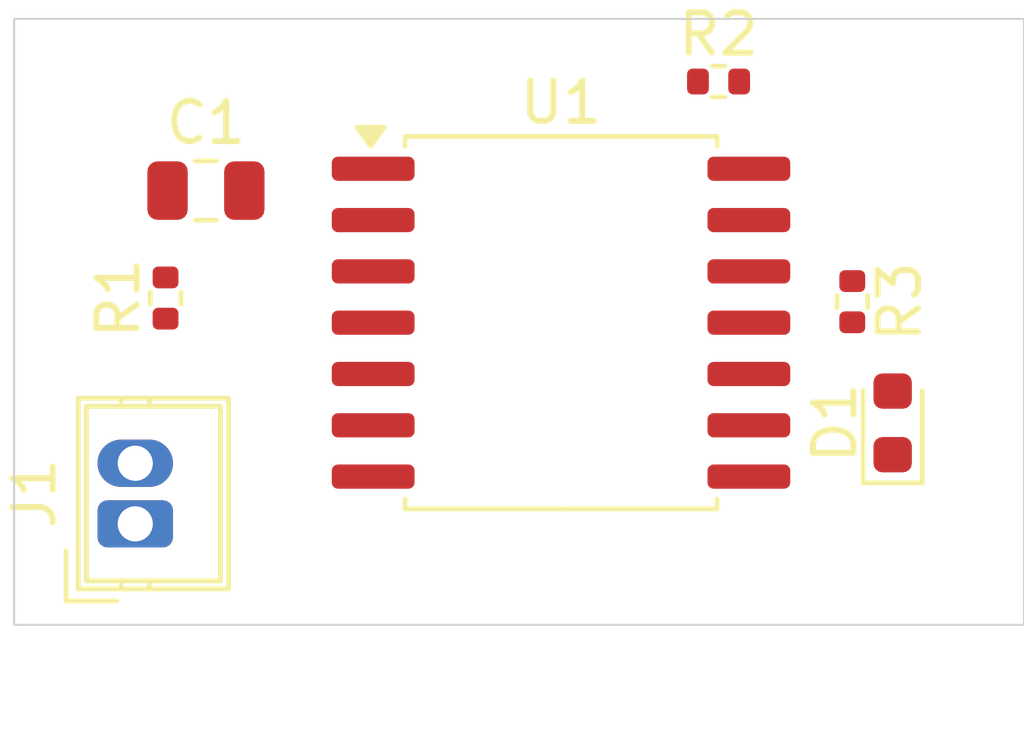
<source format=kicad_pcb>
(kicad_pcb (version 20241229) (generator "pcbnew") (generator_version "9.0")
  (layers (0 "F.Cu" signal) (4 "In1.Cu" signal) (6 "In2.Cu" signal) (2 "B.Cu" signal) (13 "F.Paste" user) (15 "B.Paste" user) (5 "F.SilkS" user "F.Silkscreen") (7 "B.SilkS" user "B.Silkscreen") (1 "F.Mask" user) (3 "B.Mask" user) (25 "Edge.Cuts" user))
  (net 0 "")
  (net 1 "GND")
  (net 2 "Net-(C1-Pad1)")
  (net 3 "VCC")
  (net 4 "Net-(U1-OUT)")
  (net 5 "Net-(U1-FB)")
  (net 6 "Net-(D1-A)")
  (footprint "Resistor_SMD:R_0402_1005Metric" (layer "F.Cu") (at 125.75 77 -90)
    (property "Reference" "R3" (at 0 -1.17 90) (layer "F.SilkS"))
    (property "Value" "R")
    (fp_line (start -0.153641 0.38) (end 0.153641 0.38) (stroke (width 0.12)) (layer "F.SilkS"))
    (fp_line (start -0.153641 -0.38) (end 0.153641 -0.38) (stroke (width 0.12)) (layer "F.SilkS"))
    (pad "1" smd roundrect (at -0.51 0 270) (size 0.54 0.64) (layers "F.Cu" "F.Mask" "F.Paste") (net 4 "Net-(U1-OUT)"))
    (pad "2" smd roundrect (at 0.51 0 270) (size 0.54 0.64) (layers "F.Cu" "F.Mask" "F.Paste") (net 6 "Net-(D1-A)"))
  )
  (footprint "LED_SMD:LED_0603_1608Metric" (layer "F.Cu") (at 126.75 80 90)
    (property "Reference" "D1" (at 0 -1.43 90) (layer "F.SilkS"))
    (property "Value" "LED")
    (fp_line (start 0.8 -0.735) (end -1.485 -0.735) (stroke (width 0.12)) (layer "F.SilkS"))
    (fp_line (start -1.485 -0.735) (end -1.485 0.735) (stroke (width 0.12)) (layer "F.SilkS"))
    (fp_line (start -1.485 0.735) (end 0.8 0.735) (stroke (width 0.12)) (layer "F.SilkS"))
    (pad "1" smd roundrect (at -0.7875 0 90) (size 0.875 0.95) (layers "F.Cu" "F.Mask" "F.Paste") (net 1 "GND"))
    (pad "2" smd roundrect (at 0.7875 0 90) (size 0.875 0.95) (layers "F.Cu" "F.Mask" "F.Paste") (net 6 "Net-(D1-A)"))
  )
  (footprint "Connector_Wuerth:Wuerth_WR-WTB_64800211622_1x02_P1.50mm_Vertical" (layer "F.Cu") (at 108 82.5 90)
    (property "Reference" "J1" (at 0.75 -2.5 90) (layer "F.SilkS"))
    (property "Value" "Conn_01x02_Pin")
    (fp_line (start -0.66 -1.71) (end -1.91 -1.71) (stroke (width 0.12)) (layer "F.SilkS"))
    (fp_line (start -1.91 -1.71) (end -1.91 -0.46) (stroke (width 0.12)) (layer "F.SilkS"))
    (fp_line (start 3.11 -1.41) (end -1.61 -1.41) (stroke (width 0.12)) (layer "F.SilkS"))
    (fp_line (start -1.61 -1.41) (end -1.61 2.31) (stroke (width 0.12)) (layer "F.SilkS"))
    (fp_line (start 2.91 -1.21) (end 2.91 -0.35) (stroke (width 0.12)) (layer "F.SilkS"))
    (fp_line (start -1.41 -1.21) (end 2.91 -1.21) (stroke (width 0.12)) (layer "F.SilkS"))
    (fp_line (start 2.91 -0.35) (end 3.11 -0.35) (stroke (width 0.12)) (layer "F.SilkS"))
    (fp_line (start 2.91 -0.35) (end 2.91 0.35) (stroke (width 0.12)) (layer "F.SilkS"))
    (fp_line (start -1.41 -0.35) (end -1.41 -1.21) (stroke (width 0.12)) (layer "F.SilkS"))
    (fp_line (start -1.41 -0.35) (end -1.41 0.35) (stroke (width 0.12)) (layer "F.SilkS"))
    (fp_line (start -1.61 -0.35) (end -1.41 -0.35) (stroke (width 0.12)) (layer "F.SilkS"))
    (fp_line (start 2.91 0.35) (end 3.11 0.35) (stroke (width 0.12)) (layer "F.SilkS"))
    (fp_line (start -1.41 0.35) (end -1.61 0.35) (stroke (width 0.12)) (layer "F.SilkS"))
    (fp_line (start -1.41 0.35) (end -1.41 2.11) (stroke (width 0.12)) (layer "F.SilkS"))
    (fp_line (start 2.91 2.11) (end 2.91 0.35) (stroke (width 0.12)) (layer "F.SilkS"))
    (fp_line (start -1.41 2.11) (end 2.91 2.11) (stroke (width 0.12)) (layer "F.SilkS"))
    (fp_line (start 3.11 2.31) (end 3.11 -1.41) (stroke (width 0.12)) (layer "F.SilkS"))
    (fp_line (start -1.61 2.31) (end 3.11 2.31) (stroke (width 0.12)) (layer "F.SilkS"))
    (pad "1" thru_hole roundrect (at 0 0 90) (size 1.17 1.87) (drill 0.87) (layers "*.Cu" "*.Mask") (roundrect_rratio 0.213675) (net 1 "GND"))
    (pad "2" thru_hole oval (at 1.5 0 90) (size 1.17 1.87) (drill 0.87) (layers "*.Cu" "*.Mask") (net 3 "VCC"))
  )
  (footprint "Capacitor_SMD:C_0805_2012Metric" (layer "F.Cu") (at 109.75 74.25)
    (property "Reference" "C1" (at 0 -1.68 0) (layer "F.SilkS"))
    (property "Value" "C")
    (fp_line (start -0.261252 -0.735) (end 0.261252 -0.735) (stroke (width 0.12)) (layer "F.SilkS"))
    (fp_line (start -0.261252 0.735) (end 0.261252 0.735) (stroke (width 0.12)) (layer "F.SilkS"))
    (pad "1" smd roundrect (at -0.95 0) (size 1 1.45) (layers "F.Cu" "F.Mask" "F.Paste") (net 2 "Net-(C1-Pad1)"))
    (pad "2" smd roundrect (at 0.95 0) (size 1 1.45) (layers "F.Cu" "F.Mask" "F.Paste") (net 1 "GND"))
  )
  (footprint "Resistor_SMD:R_0402_1005Metric" (layer "F.Cu") (at 108.75 76.91 90)
    (property "Reference" "R1" (at 0 -1.17 90) (layer "F.SilkS"))
    (property "Value" "R")
    (fp_line (start -0.153641 -0.38) (end 0.153641 -0.38) (stroke (width 0.12)) (layer "F.SilkS"))
    (fp_line (start -0.153641 0.38) (end 0.153641 0.38) (stroke (width 0.12)) (layer "F.SilkS"))
    (pad "1" smd roundrect (at -0.51 0 90) (size 0.54 0.64) (layers "F.Cu" "F.Mask" "F.Paste") (net 3 "VCC"))
    (pad "2" smd roundrect (at 0.51 0 90) (size 0.54 0.64) (layers "F.Cu" "F.Mask" "F.Paste") (net 2 "Net-(C1-Pad1)"))
  )
  (footprint "Resistor_SMD:R_0402_1005Metric" (layer "F.Cu") (at 122.44 71.55)
    (property "Reference" "R2" (at 0 -1.17 0) (layer "F.SilkS"))
    (property "Value" "R")
    (fp_line (start -0.153641 -0.38) (end 0.153641 -0.38) (stroke (width 0.12)) (layer "F.SilkS"))
    (fp_line (start -0.153641 0.38) (end 0.153641 0.38) (stroke (width 0.12)) (layer "F.SilkS"))
    (pad "1" smd roundrect (at -0.51 0) (size 0.54 0.64) (layers "F.Cu" "F.Mask" "F.Paste") (net 5 "Net-(U1-FB)"))
    (pad "2" smd roundrect (at 0.51 0) (size 0.54 0.64) (layers "F.Cu" "F.Mask" "F.Paste") (net 4 "Net-(U1-OUT)"))
  )
  (footprint "Package_SO:SOIC-14W_7.5x9mm_P1.27mm" (layer "F.Cu") (at 118.54 77.52)
    (property "Reference" "U1" (at 0 -5.45 0) (layer "F.SilkS"))
    (property "Value" "LM2574HVM-3.3")
    (fp_line (start -3.86 -4.61) (end -3.86 -4.37) (stroke (width 0.12)) (layer "F.SilkS"))
    (fp_line (start -3.86 4.61) (end -3.86 4.37) (stroke (width 0.12)) (layer "F.SilkS"))
    (fp_line (start 0 -4.61) (end -3.86 -4.61) (stroke (width 0.12)) (layer "F.SilkS"))
    (fp_line (start 0 -4.61) (end 3.86 -4.61) (stroke (width 0.12)) (layer "F.SilkS"))
    (fp_line (start 0 4.61) (end -3.86 4.61) (stroke (width 0.12)) (layer "F.SilkS"))
    (fp_line (start 0 4.61) (end 3.86 4.61) (stroke (width 0.12)) (layer "F.SilkS"))
    (fp_line (start 3.86 -4.61) (end 3.86 -4.37) (stroke (width 0.12)) (layer "F.SilkS"))
    (fp_line (start 3.86 4.61) (end 3.86 4.37) (stroke (width 0.12)) (layer "F.SilkS"))
    (fp_poly (pts (xy -4.7125 -4.37) (xy -5.0525 -4.84) (xy -4.3725 -4.84)) (stroke (width 0.12)) (fill yes) (layer "F.SilkS"))
    (pad "1" smd roundrect (at -4.65 -3.81) (size 2.05 0.6) (layers "F.Cu" "F.Mask" "F.Paste"))
    (pad "2" smd roundrect (at -4.65 -2.54) (size 2.05 0.6) (layers "F.Cu" "F.Mask" "F.Paste"))
    (pad "3" smd roundrect (at -4.65 -1.27) (size 2.05 0.6) (layers "F.Cu" "F.Mask" "F.Paste") (net 5 "Net-(U1-FB)"))
    (pad "4" smd roundrect (at -4.65 0) (size 2.05 0.6) (layers "F.Cu" "F.Mask" "F.Paste") (net 1 "GND"))
    (pad "5" smd roundrect (at -4.65 1.27) (size 2.05 0.6) (layers "F.Cu" "F.Mask" "F.Paste") (net 3 "VCC"))
    (pad "6" smd roundrect (at -4.65 2.54) (size 2.05 0.6) (layers "F.Cu" "F.Mask" "F.Paste") (net 1 "GND"))
    (pad "7" smd roundrect (at -4.65 3.81) (size 2.05 0.6) (layers "F.Cu" "F.Mask" "F.Paste"))
    (pad "8" smd roundrect (at 4.65 3.81) (size 2.05 0.6) (layers "F.Cu" "F.Mask" "F.Paste"))
    (pad "9" smd roundrect (at 4.65 2.54) (size 2.05 0.6) (layers "F.Cu" "F.Mask" "F.Paste"))
    (pad "10" smd roundrect (at 4.65 1.27) (size 2.05 0.6) (layers "F.Cu" "F.Mask" "F.Paste") (net 3 "VCC"))
    (pad "11" smd roundrect (at 4.65 0) (size 2.05 0.6) (layers "F.Cu" "F.Mask" "F.Paste"))
    (pad "12" smd roundrect (at 4.65 -1.27) (size 2.05 0.6) (layers "F.Cu" "F.Mask" "F.Paste") (net 4 "Net-(U1-OUT)"))
    (pad "13" smd roundrect (at 4.65 -2.54) (size 2.05 0.6) (layers "F.Cu" "F.Mask" "F.Paste"))
    (pad "14" smd roundrect (at 4.65 -3.81) (size 2.05 0.6) (layers "F.Cu" "F.Mask" "F.Paste"))
  )
  (gr_rect (start 105 70) (end 130 85) (stroke (width 0.05)) (fill no) (layer "Edge.Cuts"))
)
</source>
